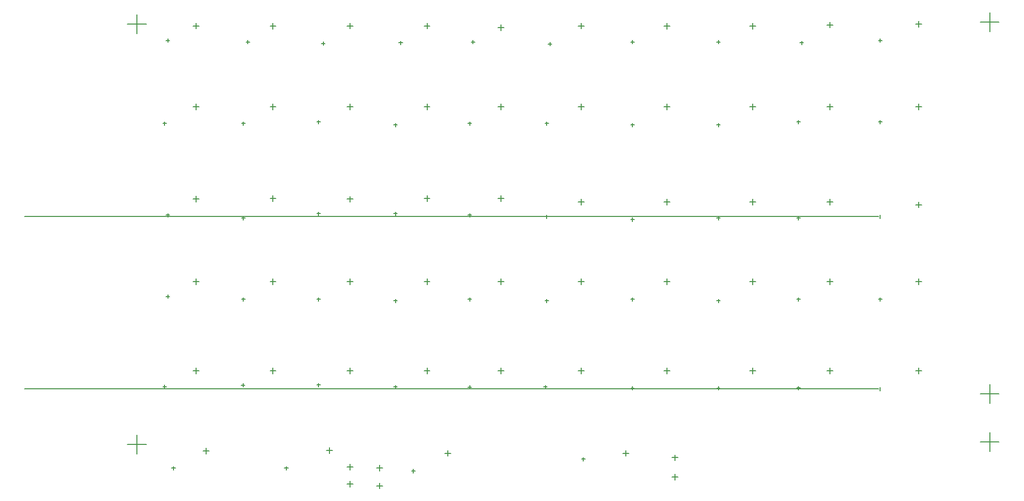
<source format=gbr>
%FSTAX25Y25*%
%MOMM*%
%SFA1B1*%

%IPPOS*%
%ADD33C,0.127000*%
%LNldo_test_drillmap_1-1*%
%LPD*%
G54D33*
X7049998Y4582497D02*
X7149998D01*
X7099998Y4532497D02*
Y4632497D01*
X7049998Y4870881D02*
X7149998D01*
X7099998Y4820881D02*
Y4920881D01*
X7549997Y4549998D02*
X7649999D01*
X7599997Y4499998D02*
Y4599998D01*
X7549997Y4849997D02*
X7649999D01*
X7599997Y4799998D02*
Y4899997D01*
X17739997Y6106203D02*
X18059999D01*
X17899999Y5946203D02*
Y6266202D01*
X3339998Y5249999D02*
X3659997D01*
X3499998Y5089999D02*
Y5409999D01*
X17739997Y5289397D02*
X18059999D01*
X17899999Y5129397D02*
Y5449399D01*
X17739997Y12389398D02*
X18059999D01*
X17899999Y12229398D02*
Y12549398D01*
X3339998Y12349998D02*
X3659997D01*
X3499998Y12189998D02*
Y12509997D01*
X11705597Y5099999D02*
X11805599D01*
X11755597Y5049997D02*
Y5149999D01*
X4619998Y5139997D02*
X4719998D01*
X4669998Y5089997D02*
Y5189997D01*
X12534999Y4699998D02*
X12634998D01*
X12584998Y4649998D02*
Y4749998D01*
X12534999Y5024998D02*
X12634998D01*
X12584998Y4974998D02*
Y5074998D01*
X8699997Y5099999D02*
X8799997D01*
X8749997Y5049997D02*
Y5149999D01*
X6704998Y5144998D02*
X6804997D01*
X6754997Y5094998D02*
Y5194998D01*
X12399998Y6494998D02*
X12499997D01*
X12449997Y6444998D02*
Y6544998D01*
X13849997Y6494998D02*
X13949997D01*
X13899997Y6444998D02*
Y6544998D01*
X15149997Y6494998D02*
X15249999D01*
X15199997Y6444998D02*
Y6544998D01*
X16649999Y6494998D02*
X16749999D01*
X16699999Y6444998D02*
Y6544998D01*
X9599998Y6494998D02*
X9699998D01*
X9649998Y6444998D02*
Y6544998D01*
X8349998Y6494998D02*
X8449998D01*
X8399998Y6444998D02*
Y6544998D01*
X7049998Y6494998D02*
X7149998D01*
X7099998Y6444998D02*
Y6544998D01*
X5749998Y6494998D02*
X5849998D01*
X5799998Y6444998D02*
Y6544998D01*
X4449998Y6494998D02*
X4549998D01*
X4499998Y6444998D02*
Y6544998D01*
X16649999Y7999999D02*
X16749999D01*
X16699999Y7949999D02*
Y8049999D01*
X15149997Y7999999D02*
X15249999D01*
X15199997Y7949999D02*
Y8049999D01*
X13849997Y7999999D02*
X13949997D01*
X13899997Y7949999D02*
Y8049999D01*
X12399998Y7999999D02*
X12499997D01*
X12449997Y7949999D02*
Y8049999D01*
X13849997Y9349999D02*
X13949997D01*
X13899997Y9299999D02*
Y9399998D01*
X10949998Y7999999D02*
X11049998D01*
X10999998Y7949999D02*
Y8049999D01*
X9599998Y7999999D02*
X9699998D01*
X9649998Y7949999D02*
Y8049999D01*
X8349998Y7999999D02*
X8449998D01*
X8399998Y7949999D02*
Y8049999D01*
X7049998Y7999999D02*
X7149998D01*
X7099998Y7949999D02*
Y8049999D01*
X5749998Y7999999D02*
X5849998D01*
X5799998Y7949999D02*
Y8049999D01*
X4449998Y7999999D02*
X4549998D01*
X4499998Y7949999D02*
Y8049999D01*
X16649999Y9299999D02*
X16749999D01*
X16699999Y9249999D02*
Y9349999D01*
X15149997Y9344997D02*
X15249999D01*
X15199997Y9294997D02*
Y9394997D01*
X12399998Y9344997D02*
X12499997D01*
X12449997Y9294997D02*
Y9394997D01*
X10949998Y9344997D02*
X11049998D01*
X10999998Y9294997D02*
Y9394997D01*
X9599998Y9407499D02*
X9699998D01*
X9649998Y9357499D02*
Y9457499D01*
X8349998Y9407499D02*
X8449998D01*
X8399998Y9357499D02*
Y9457499D01*
X7049998Y9393199D02*
X7149998D01*
X7099998Y9343199D02*
Y9443199D01*
X4449998Y9394997D02*
X4549998D01*
X4499998Y9344997D02*
Y9444997D01*
X5749998Y9407499D02*
X5849998D01*
X5799998Y9357499D02*
Y9457499D01*
X16649999Y10957499D02*
X16749999D01*
X16699999Y10907499D02*
Y11007498D01*
X15149997Y10957499D02*
X15249999D01*
X15199997Y10907499D02*
Y11007498D01*
X13849997Y10957499D02*
X13949997D01*
X13899997Y10907499D02*
Y11007498D01*
X12399998Y10957499D02*
X12499997D01*
X12449997Y10907499D02*
Y11007498D01*
X10949998Y10957499D02*
X11049998D01*
X10999998Y10907499D02*
Y11007498D01*
X9599998Y10957499D02*
X9699998D01*
X9649998Y10907499D02*
Y11007498D01*
X8349998Y10957499D02*
X8449998D01*
X8399998Y10907499D02*
Y11007498D01*
X7049998Y10957499D02*
X7149998D01*
X7099998Y10907499D02*
Y11007498D01*
X5749998Y10957499D02*
X5849998D01*
X5799998Y10907499D02*
Y11007498D01*
X4449998Y10957499D02*
X4549998D01*
X4499998Y10907499D02*
Y11007498D01*
X16649999Y12355499D02*
X16749999D01*
X16699999Y12305499D02*
Y12405499D01*
X15149997Y12339398D02*
X15249999D01*
X15199997Y12289398D02*
Y12389398D01*
X13849997Y12316899D02*
X13949997D01*
X13899997Y12266899D02*
Y12366899D01*
X12399998Y12317498D02*
X12499997D01*
X12449997Y12267498D02*
Y12367498D01*
X9599998Y12294999D02*
X9699998D01*
X9649998Y12244999D02*
Y12344999D01*
X10949998Y12322497D02*
X11049998D01*
X10999998Y12272497D02*
Y12372497D01*
X8349998Y12322497D02*
X8449998D01*
X8399998Y12272497D02*
Y12372497D01*
X7049998Y12322497D02*
X7149998D01*
X7099998Y12272497D02*
Y12372497D01*
X5749998Y12319998D02*
X5849998D01*
X5799998Y12269998D02*
Y12369998D01*
X4449998Y12322497D02*
X4549998D01*
X4499998Y12272497D02*
Y12372497D01*
X10949998Y6494998D02*
X11049998D01*
X10999998Y6444998D02*
Y6544998D01*
X5994999Y4849997D02*
X6054999D01*
X6024999Y4819997D02*
Y4879997D01*
X8139998Y4799998D02*
X8199998D01*
X8169998Y4769998D02*
Y4829997D01*
X11011049Y4999997D02*
X11071049D01*
X11041049Y4969997D02*
Y5029997D01*
X4089999Y4849997D02*
X4149999D01*
X4119999Y4819997D02*
Y4879997D01*
X14639998Y7699999D02*
X14699998D01*
X14669998Y7669999D02*
Y7729999D01*
X13289998Y7674998D02*
X13349998D01*
X13319998Y7644998D02*
Y7704998D01*
X11839999Y7699999D02*
X11899999D01*
X11869999Y7669999D02*
Y7729999D01*
X10389999Y7674998D02*
X10449999D01*
X10419999Y7644998D02*
Y7704998D01*
X9089999Y7699999D02*
X9149999D01*
X9119999Y7669999D02*
Y7729999D01*
X7839999Y7674998D02*
X7899999D01*
X7869999Y7644998D02*
Y7704998D01*
X6539999Y7699999D02*
X6599999D01*
X6569999Y7669999D02*
Y7729999D01*
X5269999Y7699999D02*
X5329999D01*
X5299999Y7669999D02*
Y7729999D01*
X3994998Y7749999D02*
X4054998D01*
X4024998Y7719999D02*
Y7779999D01*
X3994998Y9124998D02*
X4054998D01*
X4024998Y9094998D02*
Y9154998D01*
X5269999Y9074998D02*
X5329999D01*
X5299999Y9044998D02*
Y9104998D01*
X6539999Y9149999D02*
X6599999D01*
X6569999Y9119999D02*
Y9179999D01*
X7839999Y9149999D02*
X7899999D01*
X7869999Y9119999D02*
Y9179999D01*
X9089999Y9124998D02*
X9149999D01*
X9119999Y9094998D02*
Y9154998D01*
X10389999Y9099999D02*
X10449999D01*
X10419999Y9069999D02*
Y9129999D01*
X7839999Y10649999D02*
X7899999D01*
X7869999Y10619999D02*
Y10679998D01*
X6539999Y10699998D02*
X6599999D01*
X6569999Y10669998D02*
Y10729998D01*
X5269999Y10674997D02*
X5329999D01*
X5299999Y10644997D02*
Y10704997D01*
X3939999Y10674997D02*
X3999999D01*
X3969999Y10644997D02*
Y10704997D01*
X3994998Y12074999D02*
X4054998D01*
X4024998Y12044997D02*
Y12104999D01*
X5344998Y12049998D02*
X5404998D01*
X5374998Y12019998D02*
Y12079998D01*
X6619999Y12024997D02*
X6679999D01*
X6649999Y11994997D02*
Y12054997D01*
X7924998Y12037748D02*
X7984998D01*
X7954998Y12007748D02*
Y12067748D01*
X10389999Y10674997D02*
X10449999D01*
X10419999Y10644997D02*
Y10704997D01*
X9089999Y10674997D02*
X9149999D01*
X9119999Y10644997D02*
Y10704997D01*
X9144998Y12049998D02*
X9204998D01*
X9174998Y12019998D02*
Y12079998D01*
X10444998Y12016249D02*
X10504998D01*
X10474998Y11986249D02*
Y12046249D01*
X13289998Y12049998D02*
X13349998D01*
X13319998Y12019998D02*
Y12079998D01*
X11839999Y12049998D02*
X11899999D01*
X11869999Y12019998D02*
Y12079998D01*
X14694999Y12037748D02*
X14754999D01*
X14724999Y12007748D02*
Y12067748D01*
X16019998Y12074999D02*
X16079998D01*
X16049998Y12044997D02*
Y12104999D01*
X11839999Y10649999D02*
X11899999D01*
X11869999Y10619999D02*
Y10679998D01*
X13289998Y10649999D02*
X13349998D01*
X13319998Y10619999D02*
Y10679998D01*
X14639998Y10699998D02*
X14699998D01*
X14669998Y10669998D02*
Y10729998D01*
X16019998Y10699998D02*
X16079998D01*
X16049998Y10669998D02*
Y10729998D01*
X11839999Y9049999D02*
X11899999D01*
X11869999Y9019999D02*
Y9079999D01*
X13289998Y9074998D02*
X13349998D01*
X13319998Y9044998D02*
Y9104998D01*
X14639998Y9074998D02*
X14699998D01*
X14669998Y9044998D02*
Y9104998D01*
X16022198Y9099999D02*
X160822D01*
X16052198Y9069999D02*
Y9129999D01*
X16019998Y7699999D02*
X16079998D01*
X16049998Y7669999D02*
Y7729999D01*
X16022198Y6186398D02*
X160822D01*
X16052198Y6156398D02*
Y6216398D01*
X14639998Y6202499D02*
X14699998D01*
X14669998Y6172499D02*
Y6232499D01*
X13289998Y6199997D02*
X13349998D01*
X13319998Y6169997D02*
Y6229997D01*
X11839999Y6199997D02*
X11899999D01*
X11869999Y6169997D02*
Y6229997D01*
X10369999Y6219347D02*
X10429999D01*
X10399999Y6189347D02*
Y6249349D01*
X9089999Y6216197D02*
X9149999D01*
X9119999Y6186197D02*
Y6246197D01*
X7839999Y6219347D02*
X7899999D01*
X7869999Y6189347D02*
Y6249349D01*
X6539999Y6254998D02*
X6599999D01*
X6569999Y6224998D02*
Y6284998D01*
X5264998Y6249997D02*
X5324998D01*
X5294998Y6219997D02*
Y6279997D01*
X3939999Y6224998D02*
X3999999D01*
X3969999Y6194999D02*
Y6254998D01*
M02*
</source>
